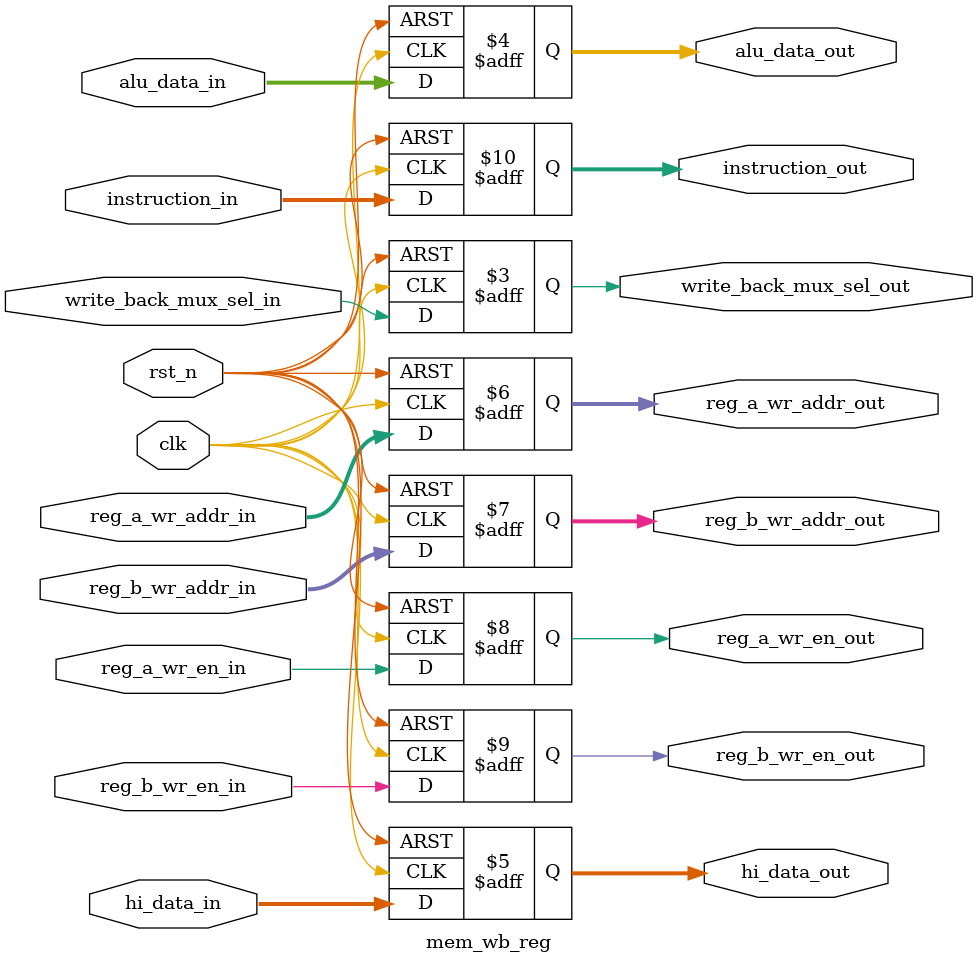
<source format=v>
module mem_wb_reg
#(
   parameter DATA_WIDTH = 32,
   parameter INSTRUCTION_WIDTH = 32,
   parameter REG_ADDR_WIDTH = 5
  )
(
   input clk,
   input rst_n,
   input write_back_mux_sel_in,
   input [DATA_WIDTH-1:0] alu_data_in,
   input [DATA_WIDTH-1:0] hi_data_in,
//   input reg_wr_en_in,
//   input [REG_ADDR_WIDTH-1:0] reg_wr_addr_in,
   input [REG_ADDR_WIDTH-1:0] reg_a_wr_addr_in,
   input [REG_ADDR_WIDTH-1:0] reg_b_wr_addr_in,
   input reg_a_wr_en_in,
   input reg_b_wr_en_in,
   input [INSTRUCTION_WIDTH-1:0] instruction_in,

   output reg write_back_mux_sel_out,
   output reg [DATA_WIDTH-1:0] alu_data_out,
   output reg [DATA_WIDTH-1:0] hi_data_out,
//   output reg reg_wr_en_out,
//   output reg [REG_ADDR_WIDTH-1:0] reg_wr_addr_out,
   output reg [REG_ADDR_WIDTH-1:0] reg_a_wr_addr_out,
   output reg [REG_ADDR_WIDTH-1:0] reg_b_wr_addr_out,
   output reg reg_a_wr_en_out,
   output reg reg_b_wr_en_out,
   output reg [INSTRUCTION_WIDTH-1:0] instruction_out
);



always@(posedge clk or negedge rst_n) begin
   if(~rst_n) begin
      write_back_mux_sel_out <= 0;
      alu_data_out <= 0;
      hi_data_out <= 0;
//      reg_wr_en_out <= 0;
//      reg_wr_addr_out <= 0;
      reg_a_wr_addr_out <= 0;
      reg_b_wr_addr_out <= 0;
      reg_a_wr_en_out <= 0;
      reg_b_wr_en_out <= 0;
      instruction_out <= 0;
   end
   else begin
      write_back_mux_sel_out <= write_back_mux_sel_in;
      alu_data_out <= alu_data_in;
      hi_data_out <= hi_data_in;
//      reg_wr_en_out <= reg_wr_en_in;
//      reg_wr_addr_out <= reg_wr_addr_in;
      reg_a_wr_addr_out <= reg_a_wr_addr_in;
      reg_b_wr_addr_out <= reg_b_wr_addr_in;
      reg_a_wr_en_out <= reg_a_wr_en_in;
      reg_b_wr_en_out <= reg_b_wr_en_in;
      instruction_out <= instruction_in;
   end
end

endmodule

</source>
